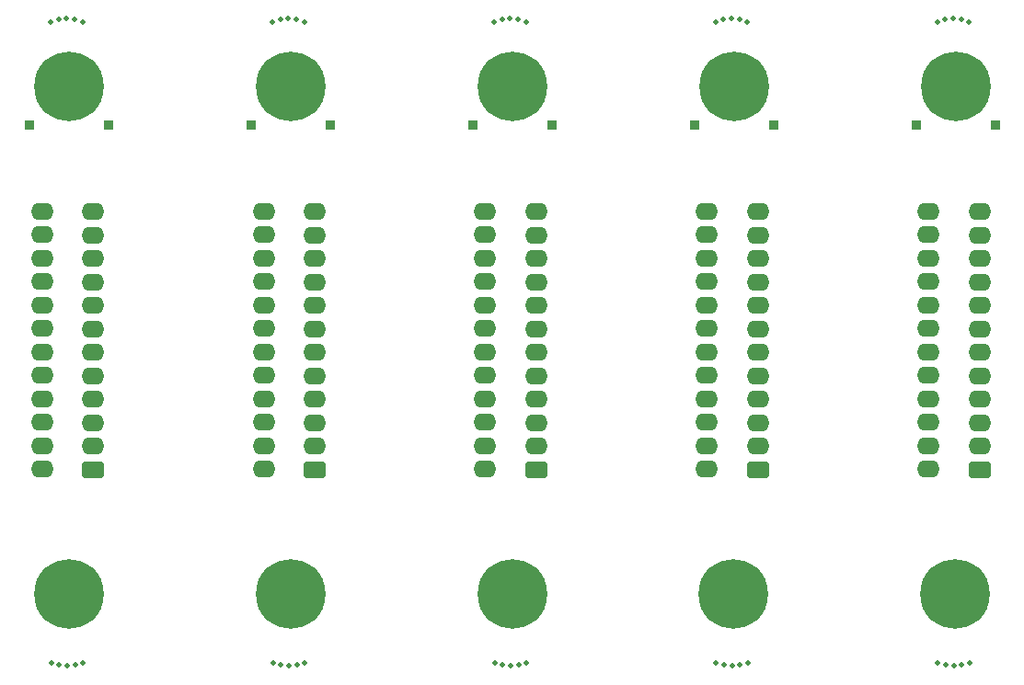
<source format=gbr>
%TF.GenerationSoftware,KiCad,Pcbnew,6.0.3-a3aad9c10e~116~ubuntu20.04.1*%
%TF.CreationDate,2022-03-20T14:38:18+01:00*%
%TF.ProjectId,5xPro_Micro_GPIB,35785072-6f5f-44d6-9963-726f5f475049,rev?*%
%TF.SameCoordinates,Original*%
%TF.FileFunction,Soldermask,Top*%
%TF.FilePolarity,Negative*%
%FSLAX46Y46*%
G04 Gerber Fmt 4.6, Leading zero omitted, Abs format (unit mm)*
G04 Created by KiCad (PCBNEW 6.0.3-a3aad9c10e~116~ubuntu20.04.1) date 2022-03-20 14:38:18*
%MOMM*%
%LPD*%
G01*
G04 APERTURE LIST*
G04 Aperture macros list*
%AMRoundRect*
0 Rectangle with rounded corners*
0 $1 Rounding radius*
0 $2 $3 $4 $5 $6 $7 $8 $9 X,Y pos of 4 corners*
0 Add a 4 corners polygon primitive as box body*
4,1,4,$2,$3,$4,$5,$6,$7,$8,$9,$2,$3,0*
0 Add four circle primitives for the rounded corners*
1,1,$1+$1,$2,$3*
1,1,$1+$1,$4,$5*
1,1,$1+$1,$6,$7*
1,1,$1+$1,$8,$9*
0 Add four rect primitives between the rounded corners*
20,1,$1+$1,$2,$3,$4,$5,0*
20,1,$1+$1,$4,$5,$6,$7,0*
20,1,$1+$1,$6,$7,$8,$9,0*
20,1,$1+$1,$8,$9,$2,$3,0*%
G04 Aperture macros list end*
%ADD10R,0.900000X0.900000*%
%ADD11C,0.500000*%
%ADD12C,0.800000*%
%ADD13C,6.400000*%
%ADD14RoundRect,0.400000X0.650000X-0.400000X0.650000X0.400000X-0.650000X0.400000X-0.650000X-0.400000X0*%
%ADD15O,2.100000X1.600000*%
G04 APERTURE END LIST*
D10*
%TO.C,J8*%
X132340000Y-76000000D03*
%TD*%
D11*
%TO.C,mouse-bite-2mm-slot1*%
X116155930Y-125673530D03*
X115405930Y-125773530D03*
X113955930Y-125473530D03*
X114655930Y-125673530D03*
X116905930Y-125473530D03*
%TD*%
D10*
%TO.C,J12*%
X160040000Y-75980000D03*
%TD*%
D12*
%TO.C,REF\u002A\u002A6*%
X153984000Y-72392000D03*
X158081056Y-70694944D03*
D13*
X156384000Y-72392000D03*
D12*
X154686944Y-70694944D03*
X156384000Y-69992000D03*
X156384000Y-74792000D03*
X158081056Y-74089056D03*
X154686944Y-74089056D03*
X158784000Y-72392000D03*
%TD*%
D14*
%TO.C,J10*%
X158583045Y-107690268D03*
D15*
X158583045Y-105531268D03*
X158583045Y-103372268D03*
X158583045Y-101213268D03*
X158583045Y-99054268D03*
X158583045Y-96895268D03*
X158583045Y-94736268D03*
X158583045Y-92577268D03*
X158583045Y-90418268D03*
X158583045Y-88259268D03*
X158583045Y-86100268D03*
X158583045Y-83941268D03*
X153903045Y-107665768D03*
X153903045Y-105506768D03*
X153903045Y-103347768D03*
X153903045Y-101188768D03*
X153903045Y-99029768D03*
X153903045Y-96870768D03*
X153903045Y-94711768D03*
X153903045Y-92552768D03*
X153903045Y-90393768D03*
X153903045Y-88234768D03*
X153903045Y-86075768D03*
X153903045Y-83916768D03*
%TD*%
D10*
%TO.C,J9*%
X139640000Y-75980000D03*
%TD*%
D11*
%TO.C,mouse-bite-2mm-slot3*%
X137305930Y-125473530D03*
X135055930Y-125673530D03*
X135805930Y-125773530D03*
X134355930Y-125473530D03*
X136555930Y-125673530D03*
%TD*%
D13*
%TO.C,REF\u002A\u002A8*%
X176784000Y-72392000D03*
D12*
X175086944Y-74089056D03*
X175086944Y-70694944D03*
X176784000Y-69992000D03*
X179184000Y-72392000D03*
X176784000Y-74792000D03*
X174384000Y-72392000D03*
X178481056Y-74089056D03*
X178481056Y-70694944D03*
%TD*%
%TO.C,REF\u002A\u002A7*%
X178461056Y-120849056D03*
X174364000Y-119152000D03*
X178461056Y-117454944D03*
X175066944Y-120849056D03*
X179164000Y-119152000D03*
X176764000Y-121552000D03*
X175066944Y-117454944D03*
X176764000Y-116752000D03*
D13*
X176764000Y-119152000D03*
%TD*%
D11*
%TO.C,mouse-bite-2mm-slot2*%
X114632070Y-66246470D03*
X116132070Y-66246470D03*
X113882070Y-66446470D03*
X116832070Y-66446470D03*
X115382070Y-66146470D03*
%TD*%
D10*
%TO.C,J14*%
X173140000Y-76000000D03*
%TD*%
D11*
%TO.C,mouse-bite-2mm-slot5*%
X154755930Y-125473530D03*
X157705930Y-125473530D03*
X155455930Y-125673530D03*
X156955930Y-125673530D03*
X156205930Y-125773530D03*
%TD*%
D10*
%TO.C,J2*%
X91540000Y-76000000D03*
%TD*%
D14*
%TO.C,J7*%
X138183045Y-107690268D03*
D15*
X138183045Y-105531268D03*
X138183045Y-103372268D03*
X138183045Y-101213268D03*
X138183045Y-99054268D03*
X138183045Y-96895268D03*
X138183045Y-94736268D03*
X138183045Y-92577268D03*
X138183045Y-90418268D03*
X138183045Y-88259268D03*
X138183045Y-86100268D03*
X138183045Y-83941268D03*
X133503045Y-107665768D03*
X133503045Y-105506768D03*
X133503045Y-103347768D03*
X133503045Y-101188768D03*
X133503045Y-99029768D03*
X133503045Y-96870768D03*
X133503045Y-94711768D03*
X133503045Y-92552768D03*
X133503045Y-90393768D03*
X133503045Y-88234768D03*
X133503045Y-86075768D03*
X133503045Y-83916768D03*
%TD*%
D10*
%TO.C,J5*%
X111940000Y-76000000D03*
%TD*%
D12*
%TO.C,REF\u002A\u002A1*%
X115564000Y-121552000D03*
X115564000Y-116752000D03*
D13*
X115564000Y-119152000D03*
D12*
X117261056Y-120849056D03*
X113164000Y-119152000D03*
X117964000Y-119152000D03*
X117261056Y-117454944D03*
X113866944Y-120849056D03*
X113866944Y-117454944D03*
%TD*%
D11*
%TO.C,mouse-bite-2mm-slot*%
X95755930Y-125673530D03*
X93555930Y-125473530D03*
X95005930Y-125773530D03*
X96505930Y-125473530D03*
X94255930Y-125673530D03*
%TD*%
D12*
%TO.C,REF\u002A\u002A4*%
X134286944Y-70694944D03*
D13*
X135984000Y-72392000D03*
D12*
X137681056Y-70694944D03*
X135984000Y-74792000D03*
X137681056Y-74089056D03*
X133584000Y-72392000D03*
X134286944Y-74089056D03*
X138384000Y-72392000D03*
X135984000Y-69992000D03*
%TD*%
D14*
%TO.C,J1*%
X97383045Y-107690268D03*
D15*
X97383045Y-105531268D03*
X97383045Y-103372268D03*
X97383045Y-101213268D03*
X97383045Y-99054268D03*
X97383045Y-96895268D03*
X97383045Y-94736268D03*
X97383045Y-92577268D03*
X97383045Y-90418268D03*
X97383045Y-88259268D03*
X97383045Y-86100268D03*
X97383045Y-83941268D03*
X92703045Y-107665768D03*
X92703045Y-105506768D03*
X92703045Y-103347768D03*
X92703045Y-101188768D03*
X92703045Y-99029768D03*
X92703045Y-96870768D03*
X92703045Y-94711768D03*
X92703045Y-92552768D03*
X92703045Y-90393768D03*
X92703045Y-88234768D03*
X92703045Y-86075768D03*
X92703045Y-83916768D03*
%TD*%
D11*
%TO.C,mouse-bite-2mm-slot7*%
X175155930Y-125473530D03*
X176605930Y-125773530D03*
X177355930Y-125673530D03*
X178105930Y-125473530D03*
X175855930Y-125673530D03*
%TD*%
D10*
%TO.C,J3*%
X98840000Y-75980000D03*
%TD*%
D11*
%TO.C,mouse-bite-2mm-slot4*%
X136532070Y-66246470D03*
X134282070Y-66446470D03*
X135032070Y-66246470D03*
X137232070Y-66446470D03*
X135782070Y-66146470D03*
%TD*%
%TO.C,mouse-bite-2mm-slot*%
X93482070Y-66446470D03*
X94982070Y-66146470D03*
X96432070Y-66446470D03*
X94232070Y-66246470D03*
X95732070Y-66246470D03*
%TD*%
D12*
%TO.C,REF\u002A\u002A*%
X96881056Y-70694944D03*
X93486944Y-70694944D03*
X97584000Y-72392000D03*
X95184000Y-69992000D03*
X93486944Y-74089056D03*
D13*
X95184000Y-72392000D03*
D12*
X96881056Y-74089056D03*
X92784000Y-72392000D03*
X95184000Y-74792000D03*
%TD*%
D13*
%TO.C,REF\u002A\u002A*%
X95164000Y-119152000D03*
D12*
X92764000Y-119152000D03*
X93466944Y-120849056D03*
X95164000Y-116752000D03*
X97564000Y-119152000D03*
X95164000Y-121552000D03*
X96861056Y-117454944D03*
X93466944Y-117454944D03*
X96861056Y-120849056D03*
%TD*%
D10*
%TO.C,J6*%
X119240000Y-75980000D03*
%TD*%
D12*
%TO.C,REF\u002A\u002A2*%
X117281056Y-70694944D03*
X117281056Y-74089056D03*
D13*
X115584000Y-72392000D03*
D12*
X117984000Y-72392000D03*
X113886944Y-70694944D03*
X115584000Y-69992000D03*
X113184000Y-72392000D03*
X115584000Y-74792000D03*
X113886944Y-74089056D03*
%TD*%
%TO.C,REF\u002A\u002A3*%
X137661056Y-117454944D03*
X133564000Y-119152000D03*
X134266944Y-120849056D03*
X135964000Y-121552000D03*
D13*
X135964000Y-119152000D03*
D12*
X138364000Y-119152000D03*
X135964000Y-116752000D03*
X137661056Y-120849056D03*
X134266944Y-117454944D03*
%TD*%
%TO.C,REF\u002A\u002A5*%
X153964000Y-119152000D03*
X158764000Y-119152000D03*
D13*
X156364000Y-119152000D03*
D12*
X154666944Y-117454944D03*
X158061056Y-120849056D03*
X156364000Y-121552000D03*
X158061056Y-117454944D03*
X154666944Y-120849056D03*
X156364000Y-116752000D03*
%TD*%
D10*
%TO.C,J15*%
X180440000Y-75980000D03*
%TD*%
D14*
%TO.C,J4*%
X117783045Y-107690268D03*
D15*
X117783045Y-105531268D03*
X117783045Y-103372268D03*
X117783045Y-101213268D03*
X117783045Y-99054268D03*
X117783045Y-96895268D03*
X117783045Y-94736268D03*
X117783045Y-92577268D03*
X117783045Y-90418268D03*
X117783045Y-88259268D03*
X117783045Y-86100268D03*
X117783045Y-83941268D03*
X113103045Y-107665768D03*
X113103045Y-105506768D03*
X113103045Y-103347768D03*
X113103045Y-101188768D03*
X113103045Y-99029768D03*
X113103045Y-96870768D03*
X113103045Y-94711768D03*
X113103045Y-92552768D03*
X113103045Y-90393768D03*
X113103045Y-88234768D03*
X113103045Y-86075768D03*
X113103045Y-83916768D03*
%TD*%
D10*
%TO.C,J11*%
X152740000Y-76000000D03*
%TD*%
D14*
%TO.C,J13*%
X178983045Y-107690268D03*
D15*
X178983045Y-105531268D03*
X178983045Y-103372268D03*
X178983045Y-101213268D03*
X178983045Y-99054268D03*
X178983045Y-96895268D03*
X178983045Y-94736268D03*
X178983045Y-92577268D03*
X178983045Y-90418268D03*
X178983045Y-88259268D03*
X178983045Y-86100268D03*
X178983045Y-83941268D03*
X174303045Y-107665768D03*
X174303045Y-105506768D03*
X174303045Y-103347768D03*
X174303045Y-101188768D03*
X174303045Y-99029768D03*
X174303045Y-96870768D03*
X174303045Y-94711768D03*
X174303045Y-92552768D03*
X174303045Y-90393768D03*
X174303045Y-88234768D03*
X174303045Y-86075768D03*
X174303045Y-83916768D03*
%TD*%
D11*
%TO.C,mouse-bite-2mm-slot6*%
X156932070Y-66246470D03*
X157632070Y-66446470D03*
X156182070Y-66146470D03*
X154682070Y-66446470D03*
X155432070Y-66246470D03*
%TD*%
%TO.C,mouse-bite-2mm-slot8*%
X175832070Y-66246470D03*
X178032070Y-66446470D03*
X176582070Y-66146470D03*
X177332070Y-66246470D03*
X175082070Y-66446470D03*
%TD*%
M02*

</source>
